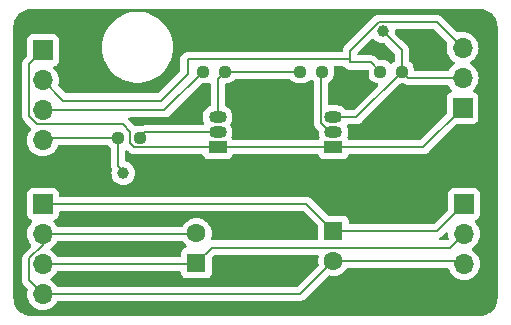
<source format=gbr>
%TF.GenerationSoftware,KiCad,Pcbnew,8.0.6*%
%TF.CreationDate,2024-11-25T01:10:15+00:00*%
%TF.ProjectId,GEOFF board v1,47454f46-4620-4626-9f61-72642076312e,rev?*%
%TF.SameCoordinates,Original*%
%TF.FileFunction,Copper,L1,Top*%
%TF.FilePolarity,Positive*%
%FSLAX46Y46*%
G04 Gerber Fmt 4.6, Leading zero omitted, Abs format (unit mm)*
G04 Created by KiCad (PCBNEW 8.0.6) date 2024-11-25 01:10:15*
%MOMM*%
%LPD*%
G01*
G04 APERTURE LIST*
G04 Aperture macros list*
%AMRoundRect*
0 Rectangle with rounded corners*
0 $1 Rounding radius*
0 $2 $3 $4 $5 $6 $7 $8 $9 X,Y pos of 4 corners*
0 Add a 4 corners polygon primitive as box body*
4,1,4,$2,$3,$4,$5,$6,$7,$8,$9,$2,$3,0*
0 Add four circle primitives for the rounded corners*
1,1,$1+$1,$2,$3*
1,1,$1+$1,$4,$5*
1,1,$1+$1,$6,$7*
1,1,$1+$1,$8,$9*
0 Add four rect primitives between the rounded corners*
20,1,$1+$1,$2,$3,$4,$5,0*
20,1,$1+$1,$4,$5,$6,$7,0*
20,1,$1+$1,$6,$7,$8,$9,0*
20,1,$1+$1,$8,$9,$2,$3,0*%
G04 Aperture macros list end*
%TA.AperFunction,ComponentPad*%
%ADD10C,1.000000*%
%TD*%
%TA.AperFunction,SMDPad,CuDef*%
%ADD11RoundRect,0.237500X-0.250000X-0.237500X0.250000X-0.237500X0.250000X0.237500X-0.250000X0.237500X0*%
%TD*%
%TA.AperFunction,SMDPad,CuDef*%
%ADD12RoundRect,0.237500X0.250000X0.237500X-0.250000X0.237500X-0.250000X-0.237500X0.250000X-0.237500X0*%
%TD*%
%TA.AperFunction,ComponentPad*%
%ADD13R,1.500000X1.050000*%
%TD*%
%TA.AperFunction,ComponentPad*%
%ADD14O,1.500000X1.050000*%
%TD*%
%TA.AperFunction,ComponentPad*%
%ADD15O,1.700000X1.700000*%
%TD*%
%TA.AperFunction,ComponentPad*%
%ADD16R,1.700000X1.700000*%
%TD*%
%TA.AperFunction,ComponentPad*%
%ADD17R,1.600000X1.600000*%
%TD*%
%TA.AperFunction,ComponentPad*%
%ADD18C,1.600000*%
%TD*%
%TA.AperFunction,Conductor*%
%ADD19C,0.200000*%
%TD*%
G04 APERTURE END LIST*
D10*
%TO.P,TP2,1,1*%
%TO.N,5V signal*%
X51800000Y-138400000D03*
%TD*%
%TO.P,TP1,1,1*%
%TO.N,3v3 signal*%
X29800000Y-150400000D03*
%TD*%
D11*
%TO.P,R4,1*%
%TO.N,5V*%
X51575000Y-141800000D03*
%TO.P,R4,2*%
%TO.N,5V signal*%
X53400000Y-141800000D03*
%TD*%
D12*
%TO.P,R3,1*%
%TO.N,Net-(Q2-B)*%
X46625000Y-141800000D03*
%TO.P,R3,2*%
%TO.N,Net-(Q1-C)*%
X44800000Y-141800000D03*
%TD*%
%TO.P,R2,1*%
%TO.N,Net-(Q1-C)*%
X38400000Y-141800000D03*
%TO.P,R2,2*%
%TO.N,3v3*%
X36575000Y-141800000D03*
%TD*%
D11*
%TO.P,R1,1*%
%TO.N,3v3 signal*%
X29375000Y-147400000D03*
%TO.P,R1,2*%
%TO.N,Net-(Q1-B)*%
X31200000Y-147400000D03*
%TD*%
D13*
%TO.P,Q2,1,E*%
%TO.N,GND*%
X47600000Y-148200000D03*
D14*
%TO.P,Q2,2,B*%
%TO.N,Net-(Q2-B)*%
X47600000Y-146930000D03*
%TO.P,Q2,3,C*%
%TO.N,5V signal*%
X47600000Y-145660000D03*
%TD*%
D13*
%TO.P,Q1,1,E*%
%TO.N,GND*%
X37800000Y-148200000D03*
D14*
%TO.P,Q1,2,B*%
%TO.N,Net-(Q1-B)*%
X37800000Y-146930000D03*
%TO.P,Q1,3,C*%
%TO.N,Net-(Q1-C)*%
X37800000Y-145660000D03*
%TD*%
D15*
%TO.P,J4,3,Pin_3*%
%TO.N,Bumper1 Neg*%
X58670000Y-158080000D03*
%TO.P,J4,2,Pin_2*%
%TO.N,Bumper2 Pos*%
X58670000Y-155540000D03*
D16*
%TO.P,J4,1,Pin_1*%
%TO.N,Bumper1 Pos*%
X58670000Y-153000000D03*
%TD*%
%TO.P,J3,1,Pin_1*%
%TO.N,Bumper1 Pos*%
X23000000Y-153000000D03*
D15*
%TO.P,J3,2,Pin_2*%
%TO.N,Bumper1 Neg*%
X23000000Y-155540000D03*
%TO.P,J3,3,Pin_3*%
%TO.N,Bumper2 Pos*%
X23000000Y-158080000D03*
%TO.P,J3,4,Pin_4*%
%TO.N,Bumper1 Neg*%
X23000000Y-160620000D03*
%TD*%
%TO.P,J2,3,Pin_3*%
%TO.N,5V*%
X58530000Y-139790000D03*
%TO.P,J2,2,Pin_2*%
%TO.N,5V signal*%
X58530000Y-142330000D03*
D16*
%TO.P,J2,1,Pin_1*%
%TO.N,GND*%
X58530000Y-144870000D03*
%TD*%
D15*
%TO.P,J1,4,Pin_4*%
%TO.N,3v3 signal*%
X23000000Y-147620000D03*
%TO.P,J1,3,Pin_3*%
%TO.N,3v3*%
X23000000Y-145080000D03*
%TO.P,J1,2,Pin_2*%
%TO.N,5V*%
X23000000Y-142540000D03*
D16*
%TO.P,J1,1,Pin_1*%
%TO.N,GND*%
X23000000Y-140000000D03*
%TD*%
D17*
%TO.P,C2,1*%
%TO.N,Bumper2 Pos*%
X36000000Y-158000000D03*
D18*
%TO.P,C2,2*%
%TO.N,Bumper1 Neg*%
X36000000Y-155500000D03*
%TD*%
D17*
%TO.P,C1,1*%
%TO.N,Bumper1 Pos*%
X47600000Y-155300000D03*
D18*
%TO.P,C1,2*%
%TO.N,Bumper1 Neg*%
X47600000Y-157800000D03*
%TD*%
D19*
%TO.N,Bumper1 Neg*%
X21850000Y-159470000D02*
X23000000Y-160620000D01*
X21850000Y-157603654D02*
X21850000Y-159470000D01*
X23000000Y-156453654D02*
X21850000Y-157603654D01*
X23000000Y-155540000D02*
X23000000Y-156453654D01*
X44780000Y-160620000D02*
X47600000Y-157800000D01*
X23000000Y-160620000D02*
X44780000Y-160620000D01*
X35960000Y-155540000D02*
X36000000Y-155500000D01*
X23000000Y-155540000D02*
X35960000Y-155540000D01*
%TO.N,5V*%
X35250000Y-142000000D02*
X35250000Y-140750000D01*
X35250000Y-140750000D02*
X49000000Y-140750000D01*
X24710000Y-144250000D02*
X33000000Y-144250000D01*
X33000000Y-144250000D02*
X35250000Y-142000000D01*
X49000000Y-140750000D02*
X49000000Y-141025000D01*
X23000000Y-142540000D02*
X24710000Y-144250000D01*
X49000000Y-140025000D02*
X49000000Y-140750000D01*
X50800000Y-141025000D02*
X51575000Y-141800000D01*
%TO.N,3v3 signal*%
X29375000Y-149775000D02*
X29375000Y-147400000D01*
X29800000Y-150200000D02*
X29375000Y-149775000D01*
X29800000Y-150400000D02*
X29800000Y-150200000D01*
%TO.N,Bumper2 Pos*%
X57510000Y-156700000D02*
X58670000Y-155540000D01*
X37300000Y-156700000D02*
X57510000Y-156700000D01*
X36000000Y-158000000D02*
X37300000Y-156700000D01*
X35920000Y-158080000D02*
X36000000Y-158000000D01*
X23000000Y-158080000D02*
X35920000Y-158080000D01*
%TO.N,Bumper1 Neg*%
X58390000Y-157800000D02*
X58670000Y-158080000D01*
X47600000Y-157800000D02*
X58390000Y-157800000D01*
%TO.N,Bumper1 Pos*%
X47600000Y-155300000D02*
X56370000Y-155300000D01*
X56370000Y-155300000D02*
X58670000Y-153000000D01*
X45300000Y-153000000D02*
X47600000Y-155300000D01*
X23000000Y-153000000D02*
X45300000Y-153000000D01*
%TO.N,Net-(Q2-B)*%
X47330000Y-146930000D02*
X47600000Y-146930000D01*
X46550000Y-146150000D02*
X47330000Y-146930000D01*
X46550000Y-141875000D02*
X46550000Y-146150000D01*
X46625000Y-141800000D02*
X46550000Y-141875000D01*
%TO.N,Net-(Q1-C)*%
X38400000Y-141800000D02*
X44800000Y-141800000D01*
X37800000Y-145660000D02*
X37800000Y-142400000D01*
X37800000Y-142400000D02*
X38400000Y-141800000D01*
%TO.N,Net-(Q1-B)*%
X31670000Y-146930000D02*
X37800000Y-146930000D01*
X31200000Y-147400000D02*
X31670000Y-146930000D01*
%TO.N,GND*%
X30412500Y-146892500D02*
X29750000Y-146230000D01*
X21850000Y-141150000D02*
X23000000Y-140000000D01*
X30745778Y-148200000D02*
X30412500Y-147866722D01*
X30412500Y-147866722D02*
X30412500Y-146892500D01*
X37800000Y-148200000D02*
X30745778Y-148200000D01*
X29750000Y-146230000D02*
X22523654Y-146230000D01*
X22523654Y-146230000D02*
X21850000Y-145556346D01*
X21850000Y-145556346D02*
X21850000Y-141150000D01*
%TO.N,3v3*%
X33295000Y-145080000D02*
X36575000Y-141800000D01*
X23000000Y-145080000D02*
X33295000Y-145080000D01*
%TO.N,3v3 signal*%
X23220000Y-147400000D02*
X23000000Y-147620000D01*
X29375000Y-147400000D02*
X23220000Y-147400000D01*
%TO.N,GND*%
X58530000Y-144870000D02*
X55200000Y-148200000D01*
X55200000Y-148200000D02*
X47600000Y-148200000D01*
%TO.N,5V signal*%
X53930000Y-142330000D02*
X53400000Y-141800000D01*
X58530000Y-142330000D02*
X53930000Y-142330000D01*
%TO.N,5V*%
X51425000Y-137600000D02*
X49000000Y-140025000D01*
X56340000Y-137600000D02*
X51425000Y-137600000D01*
X49000000Y-141025000D02*
X50800000Y-141025000D01*
X58530000Y-139790000D02*
X56340000Y-137600000D01*
%TO.N,GND*%
X37800000Y-148200000D02*
X47600000Y-148200000D01*
%TO.N,5V signal*%
X49540000Y-145660000D02*
X53400000Y-141800000D01*
X47600000Y-145660000D02*
X49540000Y-145660000D01*
X53400000Y-140000000D02*
X51800000Y-138400000D01*
X53400000Y-141800000D02*
X53400000Y-140000000D01*
%TD*%
%TA.AperFunction,NonConductor*%
G36*
X60004418Y-136500816D02*
G01*
X60204561Y-136515130D01*
X60222063Y-136517647D01*
X60413797Y-136559355D01*
X60430755Y-136564334D01*
X60614609Y-136632909D01*
X60630701Y-136640259D01*
X60802904Y-136734288D01*
X60817784Y-136743849D01*
X60974867Y-136861441D01*
X60988237Y-136873027D01*
X61126972Y-137011762D01*
X61138558Y-137025132D01*
X61209186Y-137119480D01*
X61256146Y-137182210D01*
X61265711Y-137197095D01*
X61359740Y-137369298D01*
X61367090Y-137385390D01*
X61435662Y-137569236D01*
X61440646Y-137586212D01*
X61482351Y-137777931D01*
X61484869Y-137795442D01*
X61499184Y-137995580D01*
X61499500Y-138004427D01*
X61499500Y-160995572D01*
X61499184Y-161004419D01*
X61484869Y-161204557D01*
X61482351Y-161222068D01*
X61440646Y-161413787D01*
X61435662Y-161430763D01*
X61367090Y-161614609D01*
X61359740Y-161630701D01*
X61265711Y-161802904D01*
X61256146Y-161817789D01*
X61138558Y-161974867D01*
X61126972Y-161988237D01*
X60988237Y-162126972D01*
X60974867Y-162138558D01*
X60817789Y-162256146D01*
X60802904Y-162265711D01*
X60630701Y-162359740D01*
X60614609Y-162367090D01*
X60430763Y-162435662D01*
X60413787Y-162440646D01*
X60222068Y-162482351D01*
X60204557Y-162484869D01*
X60023779Y-162497799D01*
X60004417Y-162499184D01*
X59995572Y-162499500D01*
X22004428Y-162499500D01*
X21995582Y-162499184D01*
X21973622Y-162497613D01*
X21795442Y-162484869D01*
X21777931Y-162482351D01*
X21586212Y-162440646D01*
X21569236Y-162435662D01*
X21385390Y-162367090D01*
X21369298Y-162359740D01*
X21197095Y-162265711D01*
X21182210Y-162256146D01*
X21025132Y-162138558D01*
X21011762Y-162126972D01*
X20873027Y-161988237D01*
X20861441Y-161974867D01*
X20846616Y-161955063D01*
X20743849Y-161817784D01*
X20734288Y-161802904D01*
X20640259Y-161630701D01*
X20632909Y-161614609D01*
X20586955Y-161491402D01*
X20564334Y-161430755D01*
X20559355Y-161413797D01*
X20517647Y-161222063D01*
X20515130Y-161204556D01*
X20513343Y-161179577D01*
X20500816Y-161004418D01*
X20500500Y-160995572D01*
X20500500Y-159549054D01*
X21249498Y-159549054D01*
X21258194Y-159581506D01*
X21290423Y-159701785D01*
X21308658Y-159733368D01*
X21317452Y-159748599D01*
X21369479Y-159838715D01*
X21488349Y-159957585D01*
X21488355Y-159957590D01*
X21667233Y-160136468D01*
X21700718Y-160197791D01*
X21699327Y-160256241D01*
X21664939Y-160384583D01*
X21664936Y-160384596D01*
X21644341Y-160619999D01*
X21644341Y-160620000D01*
X21664936Y-160855403D01*
X21664938Y-160855413D01*
X21726094Y-161083655D01*
X21726096Y-161083659D01*
X21726097Y-161083663D01*
X21798839Y-161239658D01*
X21825965Y-161297830D01*
X21825967Y-161297834D01*
X21919046Y-161430763D01*
X21961505Y-161491401D01*
X22128599Y-161658495D01*
X22225384Y-161726265D01*
X22322165Y-161794032D01*
X22322167Y-161794033D01*
X22322170Y-161794035D01*
X22536337Y-161893903D01*
X22764592Y-161955063D01*
X22952918Y-161971539D01*
X22999999Y-161975659D01*
X23000000Y-161975659D01*
X23000001Y-161975659D01*
X23039234Y-161972226D01*
X23235408Y-161955063D01*
X23463663Y-161893903D01*
X23677830Y-161794035D01*
X23871401Y-161658495D01*
X24038495Y-161491401D01*
X24174035Y-161297830D01*
X24176707Y-161292097D01*
X24222878Y-161239658D01*
X24289091Y-161220500D01*
X44693331Y-161220500D01*
X44693347Y-161220501D01*
X44700943Y-161220501D01*
X44859054Y-161220501D01*
X44859057Y-161220501D01*
X45011785Y-161179577D01*
X45061904Y-161150639D01*
X45148716Y-161100520D01*
X45260520Y-160988716D01*
X45260520Y-160988714D01*
X45270728Y-160978507D01*
X45270730Y-160978504D01*
X47157294Y-159091939D01*
X47218615Y-159058456D01*
X47277066Y-159059847D01*
X47296604Y-159065082D01*
X47373308Y-159085635D01*
X47535230Y-159099801D01*
X47599998Y-159105468D01*
X47600000Y-159105468D01*
X47600002Y-159105468D01*
X47656673Y-159100509D01*
X47826692Y-159085635D01*
X48046496Y-159026739D01*
X48252734Y-158930568D01*
X48439139Y-158800047D01*
X48600047Y-158639139D01*
X48730118Y-158453375D01*
X48784693Y-158409752D01*
X48831692Y-158400500D01*
X57262588Y-158400500D01*
X57329627Y-158420185D01*
X57375382Y-158472989D01*
X57382363Y-158492407D01*
X57396094Y-158543655D01*
X57396096Y-158543659D01*
X57396097Y-158543663D01*
X57468839Y-158699658D01*
X57495965Y-158757830D01*
X57495967Y-158757834D01*
X57559013Y-158847872D01*
X57631505Y-158951401D01*
X57798599Y-159118495D01*
X57854367Y-159157544D01*
X57992165Y-159254032D01*
X57992167Y-159254033D01*
X57992170Y-159254035D01*
X58206337Y-159353903D01*
X58434592Y-159415063D01*
X58622918Y-159431539D01*
X58669999Y-159435659D01*
X58670000Y-159435659D01*
X58670001Y-159435659D01*
X58709234Y-159432226D01*
X58905408Y-159415063D01*
X59133663Y-159353903D01*
X59347830Y-159254035D01*
X59541401Y-159118495D01*
X59708495Y-158951401D01*
X59844035Y-158757830D01*
X59943903Y-158543663D01*
X60005063Y-158315408D01*
X60025659Y-158080000D01*
X60005063Y-157844592D01*
X59943903Y-157616337D01*
X59844035Y-157402171D01*
X59844034Y-157402169D01*
X59708494Y-157208597D01*
X59541402Y-157041506D01*
X59541396Y-157041501D01*
X59355842Y-156911575D01*
X59312217Y-156856998D01*
X59305023Y-156787500D01*
X59336546Y-156725145D01*
X59355842Y-156708425D01*
X59471717Y-156627288D01*
X59541401Y-156578495D01*
X59708495Y-156411401D01*
X59844035Y-156217830D01*
X59943903Y-156003663D01*
X60005063Y-155775408D01*
X60025659Y-155540000D01*
X60005063Y-155304592D01*
X59943903Y-155076337D01*
X59844035Y-154862171D01*
X59844034Y-154862169D01*
X59708496Y-154668600D01*
X59666907Y-154627011D01*
X59586567Y-154546671D01*
X59553084Y-154485351D01*
X59558068Y-154415659D01*
X59599939Y-154359725D01*
X59630915Y-154342810D01*
X59762331Y-154293796D01*
X59877546Y-154207546D01*
X59963796Y-154092331D01*
X60014091Y-153957483D01*
X60020500Y-153897873D01*
X60020499Y-152102128D01*
X60014091Y-152042517D01*
X59963796Y-151907669D01*
X59963795Y-151907668D01*
X59963793Y-151907664D01*
X59877547Y-151792455D01*
X59877544Y-151792452D01*
X59762335Y-151706206D01*
X59762328Y-151706202D01*
X59627482Y-151655908D01*
X59627483Y-151655908D01*
X59567883Y-151649501D01*
X59567881Y-151649500D01*
X59567873Y-151649500D01*
X59567864Y-151649500D01*
X57772129Y-151649500D01*
X57772123Y-151649501D01*
X57712516Y-151655908D01*
X57577671Y-151706202D01*
X57577664Y-151706206D01*
X57462455Y-151792452D01*
X57462452Y-151792455D01*
X57376206Y-151907664D01*
X57376202Y-151907671D01*
X57325908Y-152042517D01*
X57319501Y-152102116D01*
X57319501Y-152102123D01*
X57319500Y-152102135D01*
X57319500Y-153449902D01*
X57299815Y-153516941D01*
X57283181Y-153537583D01*
X56157584Y-154663181D01*
X56096261Y-154696666D01*
X56069903Y-154699500D01*
X49024499Y-154699500D01*
X48957460Y-154679815D01*
X48911705Y-154627011D01*
X48900499Y-154575500D01*
X48900499Y-154452129D01*
X48900498Y-154452123D01*
X48900285Y-154450145D01*
X48894091Y-154392517D01*
X48891168Y-154384681D01*
X48843797Y-154257671D01*
X48843793Y-154257664D01*
X48757547Y-154142455D01*
X48757544Y-154142452D01*
X48642335Y-154056206D01*
X48642328Y-154056202D01*
X48507482Y-154005908D01*
X48507483Y-154005908D01*
X48447883Y-153999501D01*
X48447881Y-153999500D01*
X48447873Y-153999500D01*
X48447865Y-153999500D01*
X47200097Y-153999500D01*
X47133058Y-153979815D01*
X47112416Y-153963181D01*
X45787590Y-152638355D01*
X45787588Y-152638352D01*
X45668717Y-152519481D01*
X45668716Y-152519480D01*
X45581904Y-152469360D01*
X45581904Y-152469359D01*
X45581900Y-152469358D01*
X45531785Y-152440423D01*
X45379057Y-152399499D01*
X45220943Y-152399499D01*
X45213347Y-152399499D01*
X45213331Y-152399500D01*
X24474499Y-152399500D01*
X24407460Y-152379815D01*
X24361705Y-152327011D01*
X24350499Y-152275500D01*
X24350499Y-152102129D01*
X24350498Y-152102123D01*
X24350497Y-152102116D01*
X24344091Y-152042517D01*
X24293796Y-151907669D01*
X24293795Y-151907668D01*
X24293793Y-151907664D01*
X24207547Y-151792455D01*
X24207544Y-151792452D01*
X24092335Y-151706206D01*
X24092328Y-151706202D01*
X23957482Y-151655908D01*
X23957483Y-151655908D01*
X23897883Y-151649501D01*
X23897881Y-151649500D01*
X23897873Y-151649500D01*
X23897864Y-151649500D01*
X22102129Y-151649500D01*
X22102123Y-151649501D01*
X22042516Y-151655908D01*
X21907671Y-151706202D01*
X21907664Y-151706206D01*
X21792455Y-151792452D01*
X21792452Y-151792455D01*
X21706206Y-151907664D01*
X21706202Y-151907671D01*
X21655908Y-152042517D01*
X21649501Y-152102116D01*
X21649501Y-152102123D01*
X21649500Y-152102135D01*
X21649500Y-153897870D01*
X21649501Y-153897876D01*
X21655908Y-153957483D01*
X21706202Y-154092328D01*
X21706206Y-154092335D01*
X21792452Y-154207544D01*
X21792455Y-154207547D01*
X21907664Y-154293793D01*
X21907671Y-154293797D01*
X22039081Y-154342810D01*
X22095015Y-154384681D01*
X22119432Y-154450145D01*
X22104580Y-154518418D01*
X22083430Y-154546673D01*
X21961503Y-154668600D01*
X21825965Y-154862169D01*
X21825964Y-154862171D01*
X21726098Y-155076335D01*
X21726094Y-155076344D01*
X21664938Y-155304586D01*
X21664936Y-155304596D01*
X21644341Y-155539999D01*
X21644341Y-155540000D01*
X21664936Y-155775403D01*
X21664938Y-155775413D01*
X21726094Y-156003655D01*
X21726096Y-156003659D01*
X21726097Y-156003663D01*
X21795610Y-156152734D01*
X21825965Y-156217830D01*
X21825967Y-156217834D01*
X21961501Y-156411395D01*
X21961506Y-156411402D01*
X21989580Y-156439476D01*
X22023065Y-156500799D01*
X22018081Y-156570491D01*
X21989580Y-156614838D01*
X21369481Y-157234936D01*
X21369480Y-157234938D01*
X21330265Y-157302861D01*
X21290423Y-157371869D01*
X21249499Y-157524597D01*
X21249499Y-157524599D01*
X21249499Y-157692700D01*
X21249500Y-157692713D01*
X21249500Y-159383330D01*
X21249499Y-159383348D01*
X21249499Y-159549054D01*
X21249498Y-159549054D01*
X20500500Y-159549054D01*
X20500500Y-145635400D01*
X21249498Y-145635400D01*
X21290423Y-145788131D01*
X21319358Y-145838246D01*
X21319359Y-145838250D01*
X21319360Y-145838250D01*
X21350496Y-145892181D01*
X21369479Y-145925060D01*
X21369481Y-145925063D01*
X21488349Y-146043931D01*
X21488355Y-146043936D01*
X21989579Y-146545160D01*
X22023064Y-146606483D01*
X22018080Y-146676175D01*
X21989582Y-146720519D01*
X21961506Y-146748596D01*
X21825965Y-146942169D01*
X21825964Y-146942171D01*
X21726098Y-147156335D01*
X21726094Y-147156344D01*
X21664938Y-147384586D01*
X21664936Y-147384596D01*
X21644341Y-147619999D01*
X21644341Y-147620000D01*
X21664936Y-147855403D01*
X21664938Y-147855413D01*
X21726094Y-148083655D01*
X21726096Y-148083659D01*
X21726097Y-148083663D01*
X21732946Y-148098350D01*
X21825965Y-148297830D01*
X21825967Y-148297834D01*
X21860564Y-148347243D01*
X21961505Y-148491401D01*
X22128599Y-148658495D01*
X22160053Y-148680519D01*
X22322165Y-148794032D01*
X22322167Y-148794033D01*
X22322170Y-148794035D01*
X22536337Y-148893903D01*
X22764592Y-148955063D01*
X22952918Y-148971539D01*
X22999999Y-148975659D01*
X23000000Y-148975659D01*
X23000001Y-148975659D01*
X23039234Y-148972226D01*
X23235408Y-148955063D01*
X23463663Y-148893903D01*
X23677830Y-148794035D01*
X23871401Y-148658495D01*
X24038495Y-148491401D01*
X24174035Y-148297830D01*
X24273903Y-148083663D01*
X24273905Y-148083655D01*
X24274479Y-148082080D01*
X24274920Y-148081480D01*
X24276191Y-148078756D01*
X24276738Y-148079011D01*
X24315910Y-148025820D01*
X24381181Y-148000889D01*
X24390998Y-148000500D01*
X28412599Y-148000500D01*
X28479638Y-148020185D01*
X28518138Y-148059404D01*
X28533101Y-148083664D01*
X28542160Y-148098350D01*
X28664150Y-148220340D01*
X28715597Y-148252072D01*
X28762321Y-148304017D01*
X28774500Y-148357610D01*
X28774500Y-149688330D01*
X28774499Y-149688348D01*
X28774499Y-149854054D01*
X28774498Y-149854054D01*
X28774499Y-149854057D01*
X28815423Y-150006785D01*
X28820320Y-150015266D01*
X28820325Y-150015274D01*
X28820325Y-150015275D01*
X28826787Y-150026467D01*
X28843261Y-150094367D01*
X28838062Y-150124462D01*
X28813976Y-150203866D01*
X28813975Y-150203868D01*
X28794659Y-150400000D01*
X28813975Y-150596129D01*
X28871188Y-150784733D01*
X28964086Y-150958532D01*
X28964090Y-150958539D01*
X29089116Y-151110883D01*
X29241460Y-151235909D01*
X29241467Y-151235913D01*
X29415266Y-151328811D01*
X29415269Y-151328811D01*
X29415273Y-151328814D01*
X29603868Y-151386024D01*
X29800000Y-151405341D01*
X29996132Y-151386024D01*
X30184727Y-151328814D01*
X30358538Y-151235910D01*
X30510883Y-151110883D01*
X30635910Y-150958538D01*
X30728814Y-150784727D01*
X30786024Y-150596132D01*
X30805341Y-150400000D01*
X30786024Y-150203868D01*
X30728814Y-150015273D01*
X30728811Y-150015269D01*
X30728811Y-150015266D01*
X30635913Y-149841467D01*
X30635909Y-149841460D01*
X30510883Y-149689116D01*
X30358539Y-149564090D01*
X30358532Y-149564086D01*
X30184728Y-149471186D01*
X30063504Y-149434412D01*
X30005065Y-149396114D01*
X29976609Y-149332302D01*
X29975500Y-149315752D01*
X29975500Y-148578319D01*
X29995185Y-148511280D01*
X30047989Y-148465525D01*
X30117147Y-148455581D01*
X30180703Y-148484606D01*
X30187181Y-148490638D01*
X30260917Y-148564374D01*
X30260927Y-148564385D01*
X30265257Y-148568715D01*
X30265258Y-148568716D01*
X30377062Y-148680520D01*
X30463873Y-148730639D01*
X30463875Y-148730641D01*
X30513991Y-148759576D01*
X30513993Y-148759577D01*
X30666720Y-148800500D01*
X30666721Y-148800500D01*
X36457885Y-148800500D01*
X36524924Y-148820185D01*
X36570679Y-148872989D01*
X36574067Y-148881167D01*
X36606202Y-148967328D01*
X36606206Y-148967335D01*
X36692452Y-149082544D01*
X36692455Y-149082547D01*
X36807664Y-149168793D01*
X36807671Y-149168797D01*
X36942517Y-149219091D01*
X36942516Y-149219091D01*
X36949444Y-149219835D01*
X37002127Y-149225500D01*
X38597872Y-149225499D01*
X38657483Y-149219091D01*
X38792331Y-149168796D01*
X38907546Y-149082546D01*
X38993796Y-148967331D01*
X39006559Y-148933111D01*
X39025934Y-148881166D01*
X39067806Y-148825233D01*
X39133270Y-148800816D01*
X39142116Y-148800500D01*
X46257885Y-148800500D01*
X46324924Y-148820185D01*
X46370679Y-148872989D01*
X46374067Y-148881167D01*
X46406202Y-148967328D01*
X46406206Y-148967335D01*
X46492452Y-149082544D01*
X46492455Y-149082547D01*
X46607664Y-149168793D01*
X46607671Y-149168797D01*
X46742517Y-149219091D01*
X46742516Y-149219091D01*
X46749444Y-149219835D01*
X46802127Y-149225500D01*
X48397872Y-149225499D01*
X48457483Y-149219091D01*
X48592331Y-149168796D01*
X48707546Y-149082546D01*
X48793796Y-148967331D01*
X48806559Y-148933111D01*
X48825934Y-148881166D01*
X48867806Y-148825233D01*
X48933270Y-148800816D01*
X48942116Y-148800500D01*
X55113331Y-148800500D01*
X55113347Y-148800501D01*
X55120943Y-148800501D01*
X55279054Y-148800501D01*
X55279057Y-148800501D01*
X55431785Y-148759577D01*
X55481904Y-148730639D01*
X55568716Y-148680520D01*
X55680520Y-148568716D01*
X55680520Y-148568714D01*
X55690728Y-148558507D01*
X55690730Y-148558504D01*
X57992416Y-146256818D01*
X58053739Y-146223333D01*
X58080097Y-146220499D01*
X59427871Y-146220499D01*
X59427872Y-146220499D01*
X59487483Y-146214091D01*
X59622331Y-146163796D01*
X59737546Y-146077546D01*
X59823796Y-145962331D01*
X59874091Y-145827483D01*
X59880500Y-145767873D01*
X59880499Y-143972128D01*
X59874091Y-143912517D01*
X59823796Y-143777669D01*
X59823795Y-143777668D01*
X59823793Y-143777664D01*
X59737547Y-143662455D01*
X59737544Y-143662452D01*
X59622335Y-143576206D01*
X59622328Y-143576202D01*
X59490917Y-143527189D01*
X59434983Y-143485318D01*
X59410566Y-143419853D01*
X59425418Y-143351580D01*
X59446563Y-143323332D01*
X59568495Y-143201401D01*
X59704035Y-143007830D01*
X59803903Y-142793663D01*
X59865063Y-142565408D01*
X59885659Y-142330000D01*
X59865063Y-142094592D01*
X59803903Y-141866337D01*
X59704035Y-141652171D01*
X59704034Y-141652169D01*
X59568494Y-141458597D01*
X59401402Y-141291506D01*
X59401396Y-141291501D01*
X59215842Y-141161575D01*
X59172217Y-141106998D01*
X59165023Y-141037500D01*
X59196546Y-140975145D01*
X59215842Y-140958425D01*
X59273268Y-140918215D01*
X59401401Y-140828495D01*
X59568495Y-140661401D01*
X59704035Y-140467830D01*
X59803903Y-140253663D01*
X59865063Y-140025408D01*
X59885659Y-139790000D01*
X59883752Y-139768209D01*
X59877038Y-139691460D01*
X59865063Y-139554592D01*
X59803903Y-139326337D01*
X59704035Y-139112171D01*
X59703134Y-139110883D01*
X59568494Y-138918597D01*
X59401402Y-138751506D01*
X59401395Y-138751501D01*
X59207834Y-138615967D01*
X59207830Y-138615965D01*
X59138378Y-138583579D01*
X58993663Y-138516097D01*
X58993659Y-138516096D01*
X58993655Y-138516094D01*
X58765413Y-138454938D01*
X58765403Y-138454936D01*
X58530001Y-138434341D01*
X58529999Y-138434341D01*
X58294596Y-138454936D01*
X58294583Y-138454939D01*
X58166241Y-138489327D01*
X58096392Y-138487664D01*
X58046468Y-138457233D01*
X56827590Y-137238355D01*
X56827588Y-137238352D01*
X56708717Y-137119481D01*
X56708716Y-137119480D01*
X56621904Y-137069360D01*
X56621904Y-137069359D01*
X56621900Y-137069358D01*
X56571785Y-137040423D01*
X56419057Y-136999499D01*
X56260943Y-136999499D01*
X56253347Y-136999499D01*
X56253331Y-136999500D01*
X51511669Y-136999500D01*
X51511653Y-136999499D01*
X51504057Y-136999499D01*
X51345943Y-136999499D01*
X51250281Y-137025132D01*
X51193210Y-137040424D01*
X51193209Y-137040425D01*
X51143096Y-137069359D01*
X51143095Y-137069360D01*
X51099689Y-137094420D01*
X51056285Y-137119479D01*
X51056282Y-137119481D01*
X48519479Y-139656284D01*
X48505205Y-139681008D01*
X48499172Y-139691459D01*
X48440423Y-139793215D01*
X48399499Y-139945943D01*
X48399499Y-139945945D01*
X48399499Y-140025500D01*
X48379814Y-140092539D01*
X48327010Y-140138294D01*
X48275499Y-140149500D01*
X35170943Y-140149500D01*
X35018216Y-140190423D01*
X35018209Y-140190426D01*
X34881290Y-140269475D01*
X34881282Y-140269481D01*
X34769481Y-140381282D01*
X34769475Y-140381290D01*
X34690426Y-140518209D01*
X34690423Y-140518216D01*
X34649500Y-140670943D01*
X34649500Y-141699902D01*
X34629815Y-141766941D01*
X34613181Y-141787583D01*
X32787584Y-143613181D01*
X32726261Y-143646666D01*
X32699903Y-143649500D01*
X25010097Y-143649500D01*
X24943058Y-143629815D01*
X24922416Y-143613181D01*
X24332766Y-143023531D01*
X24299281Y-142962208D01*
X24300672Y-142903757D01*
X24304472Y-142889575D01*
X24335063Y-142775408D01*
X24355659Y-142540000D01*
X24335063Y-142304592D01*
X24288626Y-142131285D01*
X24273905Y-142076344D01*
X24273904Y-142076343D01*
X24273903Y-142076337D01*
X24174035Y-141862171D01*
X24121808Y-141787583D01*
X24038496Y-141668600D01*
X23995395Y-141625499D01*
X23916567Y-141546671D01*
X23883084Y-141485351D01*
X23888068Y-141415659D01*
X23929939Y-141359725D01*
X23960915Y-141342810D01*
X24092331Y-141293796D01*
X24207546Y-141207546D01*
X24293796Y-141092331D01*
X24344091Y-140957483D01*
X24350500Y-140897873D01*
X24350499Y-139749996D01*
X27994415Y-139749996D01*
X27994415Y-139750003D01*
X28014738Y-140098927D01*
X28014739Y-140098938D01*
X28075428Y-140443127D01*
X28075430Y-140443134D01*
X28175674Y-140777972D01*
X28314107Y-141098895D01*
X28314113Y-141098908D01*
X28488870Y-141401597D01*
X28697584Y-141681949D01*
X28697589Y-141681955D01*
X28777770Y-141766941D01*
X28937442Y-141936183D01*
X29104469Y-142076335D01*
X29205186Y-142160847D01*
X29205194Y-142160853D01*
X29497203Y-142352911D01*
X29497207Y-142352913D01*
X29809549Y-142509777D01*
X30137989Y-142629319D01*
X30478086Y-142709923D01*
X30825241Y-142750500D01*
X30825248Y-142750500D01*
X31174752Y-142750500D01*
X31174759Y-142750500D01*
X31521914Y-142709923D01*
X31862011Y-142629319D01*
X32190451Y-142509777D01*
X32502793Y-142352913D01*
X32794811Y-142160849D01*
X33062558Y-141936183D01*
X33302412Y-141681953D01*
X33511130Y-141401596D01*
X33685889Y-141098904D01*
X33824326Y-140777971D01*
X33924569Y-140443136D01*
X33927856Y-140424499D01*
X33985260Y-140098938D01*
X33985259Y-140098938D01*
X33985262Y-140098927D01*
X34004524Y-139768214D01*
X34005585Y-139750003D01*
X34005585Y-139749996D01*
X34001554Y-139680796D01*
X33985262Y-139401073D01*
X33983547Y-139391344D01*
X33924571Y-139056872D01*
X33924569Y-139056865D01*
X33924569Y-139056864D01*
X33824326Y-138722029D01*
X33685889Y-138401096D01*
X33511130Y-138098404D01*
X33511129Y-138098402D01*
X33302415Y-137818050D01*
X33302410Y-137818044D01*
X33186433Y-137695117D01*
X33062558Y-137563817D01*
X32849917Y-137385390D01*
X32794813Y-137339152D01*
X32794805Y-137339146D01*
X32502796Y-137147088D01*
X32190458Y-136990226D01*
X32190452Y-136990223D01*
X31862012Y-136870681D01*
X31862009Y-136870680D01*
X31521915Y-136790077D01*
X31478519Y-136785004D01*
X31174759Y-136749500D01*
X30825241Y-136749500D01*
X30521480Y-136785004D01*
X30478085Y-136790077D01*
X30478083Y-136790077D01*
X30137990Y-136870680D01*
X30137987Y-136870681D01*
X29809547Y-136990223D01*
X29809541Y-136990226D01*
X29497203Y-137147088D01*
X29205194Y-137339146D01*
X29205186Y-137339152D01*
X28937442Y-137563817D01*
X28937440Y-137563819D01*
X28697589Y-137818044D01*
X28697584Y-137818050D01*
X28488870Y-138098402D01*
X28314113Y-138401091D01*
X28314107Y-138401104D01*
X28175674Y-138722027D01*
X28075430Y-139056865D01*
X28075428Y-139056872D01*
X28014739Y-139401061D01*
X28014738Y-139401072D01*
X27994415Y-139749996D01*
X24350499Y-139749996D01*
X24350499Y-139102128D01*
X24344091Y-139042517D01*
X24338937Y-139028699D01*
X24293797Y-138907671D01*
X24293793Y-138907664D01*
X24207547Y-138792455D01*
X24207544Y-138792452D01*
X24092335Y-138706206D01*
X24092328Y-138706202D01*
X23957482Y-138655908D01*
X23957483Y-138655908D01*
X23897883Y-138649501D01*
X23897881Y-138649500D01*
X23897873Y-138649500D01*
X23897864Y-138649500D01*
X22102129Y-138649500D01*
X22102123Y-138649501D01*
X22042516Y-138655908D01*
X21907671Y-138706202D01*
X21907664Y-138706206D01*
X21792455Y-138792452D01*
X21792452Y-138792455D01*
X21706206Y-138907664D01*
X21706202Y-138907671D01*
X21655908Y-139042517D01*
X21649501Y-139102116D01*
X21649501Y-139102123D01*
X21649500Y-139102135D01*
X21649500Y-140449900D01*
X21629815Y-140516939D01*
X21613182Y-140537581D01*
X21481286Y-140669478D01*
X21481285Y-140669477D01*
X21481284Y-140669480D01*
X21369481Y-140781282D01*
X21369479Y-140781284D01*
X21347752Y-140818918D01*
X21338568Y-140834826D01*
X21290423Y-140918215D01*
X21249499Y-141070943D01*
X21249499Y-141070945D01*
X21249499Y-141239046D01*
X21249500Y-141239059D01*
X21249500Y-145469676D01*
X21249499Y-145469694D01*
X21249499Y-145635400D01*
X21249498Y-145635400D01*
X20500500Y-145635400D01*
X20500500Y-138004427D01*
X20500816Y-137995581D01*
X20512552Y-137831494D01*
X20515130Y-137795436D01*
X20517646Y-137777938D01*
X20559356Y-137586199D01*
X20564333Y-137569248D01*
X20632911Y-137385385D01*
X20640259Y-137369298D01*
X20711759Y-137238355D01*
X20734291Y-137197089D01*
X20743845Y-137182221D01*
X20861448Y-137025123D01*
X20873020Y-137011769D01*
X21011769Y-136873020D01*
X21025123Y-136861448D01*
X21182221Y-136743845D01*
X21197089Y-136734291D01*
X21369298Y-136640258D01*
X21385385Y-136632911D01*
X21569248Y-136564333D01*
X21586199Y-136559356D01*
X21777938Y-136517646D01*
X21795436Y-136515130D01*
X21995582Y-136500816D01*
X22004428Y-136500500D01*
X22065892Y-136500500D01*
X59934108Y-136500500D01*
X59995572Y-136500500D01*
X60004418Y-136500816D01*
G37*
%TD.AperFunction*%
%TA.AperFunction,NonConductor*%
G36*
X50976548Y-139000198D02*
G01*
X51029068Y-139037714D01*
X51089119Y-139110885D01*
X51241460Y-139235909D01*
X51241467Y-139235913D01*
X51415266Y-139328811D01*
X51415269Y-139328811D01*
X51415273Y-139328814D01*
X51603868Y-139386024D01*
X51800000Y-139405341D01*
X51883745Y-139397092D01*
X51952389Y-139410110D01*
X51983579Y-139432814D01*
X52763181Y-140212416D01*
X52796666Y-140273739D01*
X52799500Y-140300097D01*
X52799500Y-140842388D01*
X52779815Y-140909427D01*
X52740598Y-140947926D01*
X52689150Y-140979659D01*
X52689149Y-140979660D01*
X52575181Y-141093629D01*
X52513858Y-141127114D01*
X52444166Y-141122130D01*
X52399819Y-141093629D01*
X52285851Y-140979661D01*
X52285850Y-140979660D01*
X52171984Y-140909427D01*
X52139018Y-140889093D01*
X52139013Y-140889091D01*
X52137569Y-140888612D01*
X51975253Y-140834826D01*
X51975251Y-140834825D01*
X51874184Y-140824500D01*
X51874177Y-140824500D01*
X51500099Y-140824500D01*
X51433060Y-140804815D01*
X51412418Y-140788182D01*
X51280521Y-140656286D01*
X51280521Y-140656285D01*
X51168717Y-140544481D01*
X51168716Y-140544480D01*
X51057934Y-140480520D01*
X51057934Y-140480519D01*
X51057929Y-140480518D01*
X51048806Y-140475250D01*
X51031786Y-140465423D01*
X50973853Y-140449900D01*
X50879057Y-140424499D01*
X50720943Y-140424499D01*
X50713347Y-140424499D01*
X50713331Y-140424500D01*
X49749097Y-140424500D01*
X49682058Y-140404815D01*
X49636303Y-140352011D01*
X49626359Y-140282853D01*
X49655384Y-140219297D01*
X49661416Y-140212819D01*
X49953292Y-139920943D01*
X50845536Y-139028697D01*
X50906857Y-138995214D01*
X50976548Y-139000198D01*
G37*
%TD.AperFunction*%
%TA.AperFunction,NonConductor*%
G36*
X56106942Y-138220185D02*
G01*
X56127584Y-138236819D01*
X57197233Y-139306468D01*
X57230718Y-139367791D01*
X57229327Y-139426241D01*
X57194939Y-139554583D01*
X57194936Y-139554596D01*
X57174341Y-139789999D01*
X57174341Y-139790000D01*
X57194936Y-140025403D01*
X57194938Y-140025413D01*
X57256094Y-140253655D01*
X57256096Y-140253659D01*
X57256097Y-140253663D01*
X57301958Y-140352011D01*
X57355965Y-140467830D01*
X57355967Y-140467834D01*
X57434943Y-140580622D01*
X57487923Y-140656286D01*
X57491501Y-140661395D01*
X57491506Y-140661402D01*
X57658597Y-140828493D01*
X57658603Y-140828498D01*
X57844158Y-140958425D01*
X57887783Y-141013002D01*
X57894977Y-141082500D01*
X57863454Y-141144855D01*
X57844158Y-141161575D01*
X57658597Y-141291505D01*
X57491506Y-141458596D01*
X57355965Y-141652170D01*
X57355962Y-141652175D01*
X57353289Y-141657909D01*
X57307115Y-141710346D01*
X57240909Y-141729500D01*
X54511999Y-141729500D01*
X54444960Y-141709815D01*
X54399205Y-141657011D01*
X54387999Y-141605500D01*
X54387999Y-141513330D01*
X54387998Y-141513313D01*
X54377674Y-141412247D01*
X54362854Y-141367523D01*
X54323408Y-141248484D01*
X54232840Y-141101650D01*
X54110850Y-140979660D01*
X54110849Y-140979659D01*
X54059402Y-140947926D01*
X54012678Y-140895978D01*
X54000500Y-140842388D01*
X54000500Y-140089060D01*
X54000501Y-140089047D01*
X54000501Y-139920944D01*
X54000501Y-139920943D01*
X53959577Y-139768216D01*
X53949058Y-139749996D01*
X53880524Y-139631290D01*
X53880518Y-139631282D01*
X53360119Y-139110883D01*
X52832813Y-138583578D01*
X52799329Y-138522256D01*
X52797092Y-138483747D01*
X52805341Y-138400000D01*
X52799102Y-138336653D01*
X52812121Y-138268008D01*
X52860186Y-138217298D01*
X52922505Y-138200500D01*
X56039903Y-138200500D01*
X56106942Y-138220185D01*
G37*
%TD.AperFunction*%
%TA.AperFunction,NonConductor*%
G36*
X48492209Y-141370185D02*
G01*
X48512679Y-141389022D01*
X48513733Y-141387969D01*
X48519480Y-141393716D01*
X48631284Y-141505520D01*
X48631286Y-141505521D01*
X48631290Y-141505524D01*
X48644811Y-141513330D01*
X48768216Y-141584577D01*
X48920943Y-141625500D01*
X50463000Y-141625500D01*
X50530039Y-141645185D01*
X50575794Y-141697989D01*
X50587000Y-141749500D01*
X50587000Y-142086668D01*
X50587001Y-142086687D01*
X50597325Y-142187752D01*
X50651592Y-142351515D01*
X50651593Y-142351518D01*
X50681806Y-142400500D01*
X50742160Y-142498350D01*
X50864150Y-142620340D01*
X51010984Y-142710908D01*
X51174747Y-142765174D01*
X51275823Y-142775500D01*
X51275867Y-142775499D01*
X51275875Y-142775502D01*
X51278971Y-142775660D01*
X51278962Y-142775820D01*
X51278964Y-142775821D01*
X51278961Y-142775844D01*
X51278933Y-142776399D01*
X51342909Y-142795163D01*
X51388680Y-142847953D01*
X51398645Y-142917108D01*
X51369640Y-142980673D01*
X51363583Y-142987180D01*
X49327584Y-145023181D01*
X49266261Y-145056666D01*
X49239903Y-145059500D01*
X48723397Y-145059500D01*
X48656358Y-145039815D01*
X48626288Y-145010279D01*
X48625422Y-145010990D01*
X48621555Y-145006278D01*
X48478718Y-144863441D01*
X48310762Y-144751217D01*
X48310752Y-144751212D01*
X48124127Y-144673909D01*
X48124119Y-144673907D01*
X47926007Y-144634500D01*
X47926003Y-144634500D01*
X47274500Y-144634500D01*
X47207461Y-144614815D01*
X47161706Y-144562011D01*
X47150500Y-144510500D01*
X47150500Y-142803871D01*
X47170185Y-142736832D01*
X47209402Y-142698333D01*
X47335850Y-142620340D01*
X47457840Y-142498350D01*
X47548408Y-142351516D01*
X47602674Y-142187753D01*
X47613000Y-142086677D01*
X47612999Y-141513324D01*
X47611792Y-141501505D01*
X47610321Y-141487099D01*
X47623092Y-141418407D01*
X47670973Y-141367523D01*
X47733679Y-141350500D01*
X48425170Y-141350500D01*
X48492209Y-141370185D01*
G37*
%TD.AperFunction*%
%TA.AperFunction,NonConductor*%
G36*
X37166366Y-142778210D02*
G01*
X37197559Y-142840730D01*
X37199500Y-142862586D01*
X37199500Y-144622689D01*
X37179815Y-144689728D01*
X37127011Y-144735483D01*
X37122955Y-144737249D01*
X37089249Y-144751211D01*
X37089237Y-144751217D01*
X36921281Y-144863441D01*
X36778441Y-145006281D01*
X36666217Y-145174237D01*
X36666212Y-145174247D01*
X36588909Y-145360872D01*
X36588907Y-145360880D01*
X36549500Y-145558992D01*
X36549500Y-145761007D01*
X36588907Y-145959119D01*
X36588909Y-145959127D01*
X36666214Y-146145757D01*
X36666900Y-146147040D01*
X36667056Y-146147789D01*
X36668545Y-146151384D01*
X36667863Y-146151666D01*
X36681147Y-146215442D01*
X36656151Y-146280687D01*
X36599848Y-146322061D01*
X36557546Y-146329500D01*
X31590940Y-146329500D01*
X31551587Y-146340044D01*
X31551588Y-146340045D01*
X31438214Y-146370423D01*
X31438211Y-146370425D01*
X31373322Y-146407888D01*
X31311324Y-146424500D01*
X30900830Y-146424500D01*
X30900810Y-146424502D01*
X30862277Y-146428438D01*
X30793585Y-146415668D01*
X30761996Y-146392761D01*
X30261416Y-145892181D01*
X30227931Y-145830858D01*
X30232915Y-145761166D01*
X30274787Y-145705233D01*
X30340251Y-145680816D01*
X30349097Y-145680500D01*
X33208331Y-145680500D01*
X33208347Y-145680501D01*
X33215943Y-145680501D01*
X33374054Y-145680501D01*
X33374057Y-145680501D01*
X33526785Y-145639577D01*
X33576904Y-145610639D01*
X33663716Y-145560520D01*
X33775520Y-145448716D01*
X33775520Y-145448714D01*
X33785728Y-145438507D01*
X33785730Y-145438504D01*
X36412416Y-142811818D01*
X36473739Y-142778333D01*
X36500097Y-142775499D01*
X36874170Y-142775499D01*
X36874176Y-142775499D01*
X36975253Y-142765174D01*
X37036496Y-142744880D01*
X37106324Y-142742478D01*
X37166366Y-142778210D01*
G37*
%TD.AperFunction*%
%TA.AperFunction,NonConductor*%
G36*
X53541940Y-142795184D02*
G01*
X53554836Y-142805576D01*
X53554839Y-142805574D01*
X53561284Y-142810520D01*
X53648095Y-142860639D01*
X53648097Y-142860641D01*
X53686151Y-142882611D01*
X53698215Y-142889577D01*
X53850943Y-142930500D01*
X57240909Y-142930500D01*
X57307948Y-142950185D01*
X57353292Y-143002097D01*
X57355965Y-143007830D01*
X57491501Y-143201396D01*
X57491506Y-143201402D01*
X57613430Y-143323326D01*
X57646915Y-143384649D01*
X57641931Y-143454341D01*
X57600059Y-143510274D01*
X57569083Y-143527189D01*
X57437669Y-143576203D01*
X57437664Y-143576206D01*
X57322455Y-143662452D01*
X57322452Y-143662455D01*
X57236206Y-143777664D01*
X57236202Y-143777671D01*
X57185908Y-143912517D01*
X57179501Y-143972116D01*
X57179501Y-143972123D01*
X57179500Y-143972135D01*
X57179500Y-145319902D01*
X57159815Y-145386941D01*
X57143181Y-145407583D01*
X54987584Y-147563181D01*
X54926261Y-147596666D01*
X54899903Y-147599500D01*
X48942115Y-147599500D01*
X48875076Y-147579815D01*
X48829321Y-147527011D01*
X48825933Y-147518833D01*
X48793797Y-147432671D01*
X48793796Y-147432670D01*
X48793796Y-147432669D01*
X48792967Y-147431562D01*
X48792485Y-147430268D01*
X48789546Y-147424886D01*
X48790319Y-147424463D01*
X48768551Y-147366099D01*
X48777675Y-147309798D01*
X48811089Y-147229132D01*
X48811089Y-147229131D01*
X48811091Y-147229127D01*
X48850500Y-147031003D01*
X48850500Y-146828997D01*
X48811091Y-146630873D01*
X48733786Y-146444244D01*
X48733785Y-146444242D01*
X48733100Y-146442960D01*
X48732943Y-146442210D01*
X48731455Y-146438616D01*
X48732136Y-146438333D01*
X48718853Y-146374558D01*
X48743849Y-146309313D01*
X48800152Y-146267939D01*
X48842454Y-146260500D01*
X49453331Y-146260500D01*
X49453347Y-146260501D01*
X49460943Y-146260501D01*
X49619054Y-146260501D01*
X49619057Y-146260501D01*
X49771785Y-146219577D01*
X49821904Y-146190639D01*
X49908716Y-146140520D01*
X50020520Y-146028716D01*
X50020520Y-146028714D01*
X50030728Y-146018507D01*
X50030730Y-146018504D01*
X53237416Y-142811818D01*
X53298739Y-142778333D01*
X53325097Y-142775499D01*
X53474901Y-142775499D01*
X53541940Y-142795184D01*
G37*
%TD.AperFunction*%
%TA.AperFunction,NonConductor*%
G36*
X43904638Y-142420185D02*
G01*
X43943138Y-142459404D01*
X43967160Y-142498350D01*
X44089150Y-142620340D01*
X44235984Y-142710908D01*
X44399747Y-142765174D01*
X44500823Y-142775500D01*
X45099176Y-142775499D01*
X45099184Y-142775498D01*
X45099187Y-142775498D01*
X45154530Y-142769844D01*
X45200253Y-142765174D01*
X45364016Y-142710908D01*
X45510850Y-142620340D01*
X45624819Y-142506371D01*
X45686142Y-142472886D01*
X45755834Y-142477870D01*
X45800181Y-142506371D01*
X45913181Y-142619371D01*
X45946666Y-142680694D01*
X45949500Y-142707052D01*
X45949500Y-146063330D01*
X45949499Y-146063348D01*
X45949499Y-146229054D01*
X45949498Y-146229054D01*
X45990423Y-146381786D01*
X45990424Y-146381787D01*
X46007855Y-146411978D01*
X46009636Y-146415063D01*
X46026482Y-146444242D01*
X46069481Y-146518717D01*
X46188349Y-146637585D01*
X46188354Y-146637589D01*
X46313181Y-146762417D01*
X46346666Y-146823739D01*
X46349500Y-146850097D01*
X46349500Y-147031007D01*
X46388907Y-147229119D01*
X46388909Y-147229127D01*
X46422325Y-147309800D01*
X46429794Y-147379270D01*
X46410038Y-147424660D01*
X46410454Y-147424887D01*
X46407919Y-147429528D01*
X46407037Y-147431556D01*
X46406206Y-147432665D01*
X46406202Y-147432672D01*
X46374067Y-147518833D01*
X46332196Y-147574767D01*
X46266732Y-147599184D01*
X46257885Y-147599500D01*
X39142115Y-147599500D01*
X39075076Y-147579815D01*
X39029321Y-147527011D01*
X39025933Y-147518833D01*
X38993797Y-147432671D01*
X38993796Y-147432670D01*
X38993796Y-147432669D01*
X38992967Y-147431562D01*
X38992485Y-147430268D01*
X38989546Y-147424886D01*
X38990319Y-147424463D01*
X38968551Y-147366099D01*
X38977675Y-147309798D01*
X39011089Y-147229132D01*
X39011089Y-147229131D01*
X39011091Y-147229127D01*
X39050500Y-147031003D01*
X39050500Y-146828997D01*
X39011091Y-146630873D01*
X38933786Y-146444244D01*
X38880094Y-146363889D01*
X38859217Y-146297214D01*
X38877701Y-146229834D01*
X38880078Y-146226134D01*
X38933786Y-146145756D01*
X39011091Y-145959127D01*
X39050500Y-145761003D01*
X39050500Y-145558997D01*
X39011091Y-145360873D01*
X38933786Y-145174244D01*
X38933784Y-145174241D01*
X38933782Y-145174237D01*
X38821558Y-145006281D01*
X38678718Y-144863441D01*
X38510762Y-144751217D01*
X38510750Y-144751211D01*
X38477045Y-144737249D01*
X38422642Y-144693407D01*
X38400579Y-144627112D01*
X38400500Y-144622689D01*
X38400500Y-142899499D01*
X38420185Y-142832460D01*
X38472989Y-142786705D01*
X38524500Y-142775499D01*
X38699170Y-142775499D01*
X38699176Y-142775499D01*
X38800253Y-142765174D01*
X38964016Y-142710908D01*
X39110850Y-142620340D01*
X39232840Y-142498350D01*
X39256862Y-142459404D01*
X39308810Y-142412679D01*
X39362401Y-142400500D01*
X43837599Y-142400500D01*
X43904638Y-142420185D01*
G37*
%TD.AperFunction*%
%TA.AperFunction,NonConductor*%
G36*
X57236583Y-155385164D02*
G01*
X57292516Y-155427036D01*
X57316933Y-155492500D01*
X57316777Y-155512153D01*
X57314341Y-155539997D01*
X57314341Y-155540000D01*
X57334936Y-155775403D01*
X57334938Y-155775413D01*
X57369327Y-155903756D01*
X57367664Y-155973606D01*
X57337234Y-156023529D01*
X57297584Y-156063180D01*
X57236262Y-156096666D01*
X57209902Y-156099500D01*
X56645950Y-156099500D01*
X56578911Y-156079815D01*
X56533156Y-156027011D01*
X56523212Y-155957853D01*
X56552237Y-155894297D01*
X56594746Y-155863644D01*
X56594745Y-155863642D01*
X56594767Y-155863629D01*
X56598498Y-155860939D01*
X56601782Y-155859578D01*
X56601782Y-155859577D01*
X56601785Y-155859577D01*
X56651904Y-155830639D01*
X56738716Y-155780520D01*
X56850520Y-155668716D01*
X56850520Y-155668714D01*
X56860728Y-155658507D01*
X56860730Y-155658504D01*
X57105570Y-155413663D01*
X57166891Y-155380180D01*
X57236583Y-155385164D01*
G37*
%TD.AperFunction*%
%TA.AperFunction,NonConductor*%
G36*
X45066942Y-153620185D02*
G01*
X45087584Y-153636819D01*
X46263181Y-154812416D01*
X46296666Y-154873739D01*
X46299500Y-154900097D01*
X46299501Y-155975500D01*
X46279817Y-156042539D01*
X46227013Y-156088294D01*
X46175501Y-156099500D01*
X37386670Y-156099500D01*
X37386654Y-156099499D01*
X37379058Y-156099499D01*
X37347342Y-156099499D01*
X37280303Y-156079814D01*
X37234548Y-156027010D01*
X37224604Y-155957852D01*
X37227567Y-155943406D01*
X37239063Y-155900501D01*
X37285635Y-155726692D01*
X37305468Y-155500000D01*
X37285635Y-155273308D01*
X37226739Y-155053504D01*
X37130568Y-154847266D01*
X37005465Y-154668599D01*
X37000045Y-154660858D01*
X36839141Y-154499954D01*
X36652734Y-154369432D01*
X36652732Y-154369431D01*
X36446497Y-154273261D01*
X36446488Y-154273258D01*
X36226697Y-154214366D01*
X36226693Y-154214365D01*
X36226692Y-154214365D01*
X36226691Y-154214364D01*
X36226686Y-154214364D01*
X36000002Y-154194532D01*
X35999998Y-154194532D01*
X35773313Y-154214364D01*
X35773302Y-154214366D01*
X35553511Y-154273258D01*
X35553502Y-154273261D01*
X35347267Y-154369431D01*
X35347265Y-154369432D01*
X35160858Y-154499954D01*
X34999954Y-154660858D01*
X34869432Y-154847265D01*
X34868747Y-154848735D01*
X34859807Y-154867905D01*
X34813637Y-154920343D01*
X34747426Y-154939500D01*
X24289091Y-154939500D01*
X24222052Y-154919815D01*
X24176711Y-154867909D01*
X24174037Y-154862175D01*
X24174034Y-154862170D01*
X24174033Y-154862169D01*
X24058148Y-154696666D01*
X24038496Y-154668600D01*
X23996907Y-154627011D01*
X23916567Y-154546671D01*
X23883084Y-154485351D01*
X23888068Y-154415659D01*
X23929939Y-154359725D01*
X23960915Y-154342810D01*
X24092331Y-154293796D01*
X24207546Y-154207546D01*
X24293796Y-154092331D01*
X24344091Y-153957483D01*
X24350500Y-153897873D01*
X24350500Y-153724500D01*
X24370185Y-153657461D01*
X24422989Y-153611706D01*
X24474500Y-153600500D01*
X44999903Y-153600500D01*
X45066942Y-153620185D01*
G37*
%TD.AperFunction*%
%TA.AperFunction,NonConductor*%
G36*
X34863354Y-156160185D02*
G01*
X34897890Y-156193377D01*
X34999954Y-156339141D01*
X35157086Y-156496273D01*
X35190571Y-156557596D01*
X35185587Y-156627288D01*
X35143715Y-156683221D01*
X35097932Y-156704628D01*
X35092522Y-156705906D01*
X34957671Y-156756202D01*
X34957664Y-156756206D01*
X34842455Y-156842452D01*
X34842452Y-156842455D01*
X34756206Y-156957664D01*
X34756202Y-156957671D01*
X34705908Y-157092517D01*
X34699501Y-157152116D01*
X34699500Y-157152135D01*
X34699500Y-157355500D01*
X34679815Y-157422539D01*
X34627011Y-157468294D01*
X34575500Y-157479500D01*
X24289091Y-157479500D01*
X24222052Y-157459815D01*
X24176711Y-157407909D01*
X24174037Y-157402175D01*
X24174034Y-157402170D01*
X24174033Y-157402169D01*
X24102845Y-157300500D01*
X24038494Y-157208597D01*
X23871402Y-157041506D01*
X23871396Y-157041501D01*
X23685842Y-156911575D01*
X23642217Y-156856998D01*
X23635023Y-156787500D01*
X23666546Y-156725145D01*
X23685842Y-156708425D01*
X23801717Y-156627288D01*
X23871401Y-156578495D01*
X24038495Y-156411401D01*
X24174035Y-156217830D01*
X24176707Y-156212097D01*
X24222878Y-156159658D01*
X24289091Y-156140500D01*
X34796315Y-156140500D01*
X34863354Y-156160185D01*
G37*
%TD.AperFunction*%
%TA.AperFunction,NonConductor*%
G36*
X46292902Y-157320185D02*
G01*
X46338657Y-157372989D01*
X46348601Y-157442147D01*
X46345638Y-157456593D01*
X46314366Y-157573302D01*
X46314364Y-157573313D01*
X46294532Y-157799998D01*
X46294532Y-157800001D01*
X46314364Y-158026686D01*
X46314366Y-158026697D01*
X46340152Y-158122931D01*
X46338489Y-158192781D01*
X46308058Y-158242705D01*
X44567584Y-159983181D01*
X44506261Y-160016666D01*
X44479903Y-160019500D01*
X24289091Y-160019500D01*
X24222052Y-159999815D01*
X24176711Y-159947909D01*
X24174037Y-159942175D01*
X24174034Y-159942170D01*
X24038494Y-159748597D01*
X23871402Y-159581506D01*
X23871396Y-159581501D01*
X23685842Y-159451575D01*
X23642217Y-159396998D01*
X23635023Y-159327500D01*
X23666546Y-159265145D01*
X23685842Y-159248425D01*
X23815633Y-159157544D01*
X23871401Y-159118495D01*
X24038495Y-158951401D01*
X24174035Y-158757830D01*
X24176707Y-158752097D01*
X24222878Y-158699658D01*
X24289091Y-158680500D01*
X34575501Y-158680500D01*
X34642540Y-158700185D01*
X34688295Y-158752989D01*
X34699501Y-158804500D01*
X34699501Y-158847876D01*
X34705908Y-158907483D01*
X34756202Y-159042328D01*
X34756206Y-159042335D01*
X34842452Y-159157544D01*
X34842455Y-159157547D01*
X34957664Y-159243793D01*
X34957671Y-159243797D01*
X35092517Y-159294091D01*
X35092516Y-159294091D01*
X35099444Y-159294835D01*
X35152127Y-159300500D01*
X36847872Y-159300499D01*
X36907483Y-159294091D01*
X37042331Y-159243796D01*
X37157546Y-159157546D01*
X37243796Y-159042331D01*
X37294091Y-158907483D01*
X37300500Y-158847873D01*
X37300499Y-157600097D01*
X37320184Y-157533059D01*
X37336818Y-157512417D01*
X37512417Y-157336819D01*
X37573740Y-157303334D01*
X37600098Y-157300500D01*
X46225863Y-157300500D01*
X46292902Y-157320185D01*
G37*
%TD.AperFunction*%
M02*

</source>
